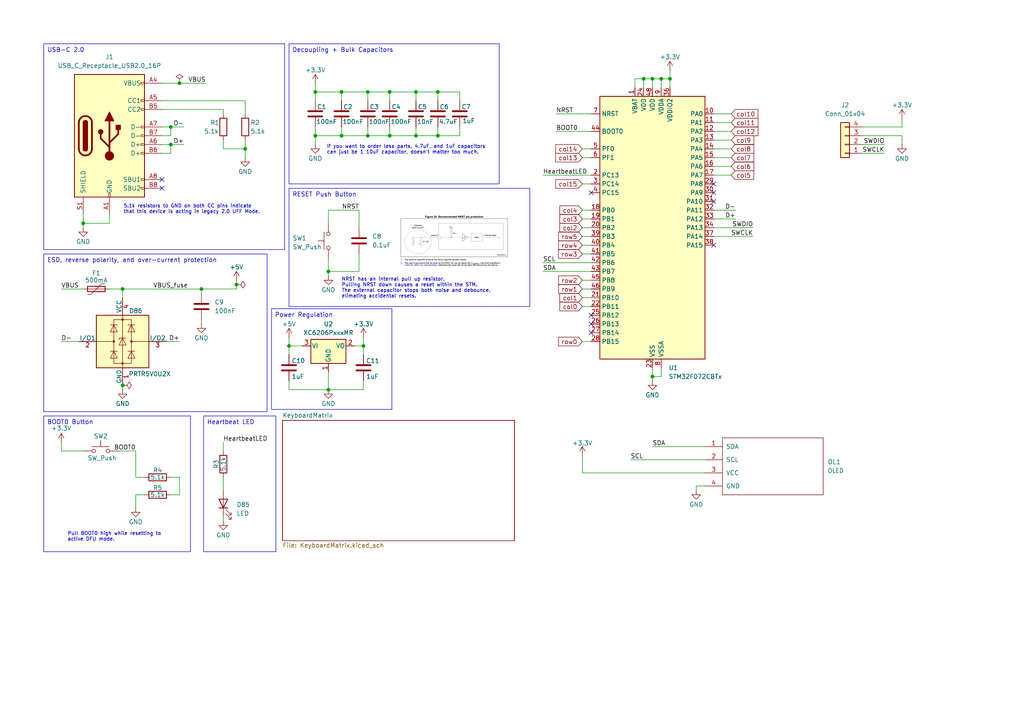
<source format=kicad_sch>
(kicad_sch (version 20250114) (generator "eeschema") (generator_version "9.0")
  (paper "A4")
  (lib_symbols
    (symbol "Connector:USB_C_Receptacle_USB2.0_16P" (pin_names (offset 1.016))
      (property "Reference" "J" (at 0 22.225 0))
      (property "Value" "USB_C_Receptacle_USB2.0_16P" (at 0 19.685 0))
      (symbol "USB_C_Receptacle_USB2.0_16P_0_0"
        (rectangle (start -0.254 -17.78) (end 0.254 -16.764))
        (rectangle (start 10.16 15.494) (end 9.144 14.986))
        (rectangle (start 10.16 10.414) (end 9.144 9.906))
        (rectangle (start 10.16 7.874) (end 9.144 7.366))
        (rectangle (start 10.16 2.794) (end 9.144 2.286))
        (rectangle (start 10.16 0.254) (end 9.144 -0.254))
        (rectangle (start 10.16 -2.286) (end 9.144 -2.794))
        (rectangle (start 10.16 -4.826) (end 9.144 -5.334))
        (rectangle (start 10.16 -12.446) (end 9.144 -12.954))
        (rectangle (start 10.16 -14.986) (end 9.144 -15.494))
      )
      (symbol "USB_C_Receptacle_USB2.0_16P_0_1"
        (rectangle (start -10.16 17.78) (end 10.16 -17.78) (stroke (width 0.254)) (fill (type background)))
        (polyline (pts (xy -8.89 -3.81) (xy -8.89 3.81)) (stroke (width 0.508)))
        (rectangle (start -7.62 -3.81) (end -6.35 3.81) (stroke (width 0.254)) (fill (type outline)))
        (arc (start -7.62 3.81) (mid -6.985 4.4423) (end -6.35 3.81) (stroke (width 0.254)))
        (arc (start -7.62 3.81) (mid -6.985 4.4423) (end -6.35 3.81) (stroke (width 0.254)) (fill (type outline)))
        (arc (start -8.89 3.81) (mid -6.985 5.7067) (end -5.08 3.81) (stroke (width 0.508)))
        (arc (start -5.08 -3.81) (mid -6.985 -5.7067) (end -8.89 -3.81) (stroke (width 0.508)))
        (arc (start -6.35 -3.81) (mid -6.985 -4.4423) (end -7.62 -3.81) (stroke (width 0.254)))
        (arc (start -6.35 -3.81) (mid -6.985 -4.4423) (end -7.62 -3.81) (stroke (width 0.254)) (fill (type outline)))
        (polyline (pts (xy -5.08 3.81) (xy -5.08 -3.81)) (stroke (width 0.508)))
        (circle (center -2.54 1.143) (radius 0.635) (stroke (width 0.254)) (fill (type outline)))
        (polyline (pts (xy -1.27 4.318) (xy 0 6.858) (xy 1.27 4.318) (xy -1.27 4.318)) (stroke (width 0.254)) (fill (type outline)))
        (polyline (pts (xy 0 -2.032) (xy 2.54 0.508) (xy 2.54 1.778)) (stroke (width 0.508)))
        (polyline (pts (xy 0 -3.302) (xy -2.54 -0.762) (xy -2.54 0.508)) (stroke (width 0.508)))
        (polyline (pts (xy 0 -5.842) (xy 0 4.318)) (stroke (width 0.508)))
        (circle (center 0 -5.842) (radius 1.27) (fill (type outline)))
        (rectangle (start 1.905 1.778) (end 3.175 3.048) (stroke (width 0.254)) (fill (type outline)))
      )
      (symbol "USB_C_Receptacle_USB2.0_16P_1_1"
        (pin passive line (at -7.62 -22.86 90) (length 5.08) (name "SHIELD") (number "S1"))
        (pin passive line (at 0 -22.86 90) (length 5.08) (name "GND") (number "A1"))
        (pin passive line (at 0 -22.86 90) (length 5.08) (hide yes) (name "GND") (number "A12"))
        (pin passive line (at 0 -22.86 90) (length 5.08) (hide yes) (name "GND") (number "B1"))
        (pin passive line (at 0 -22.86 90) (length 5.08) (hide yes) (name "GND") (number "B12"))
        (pin passive line (at 15.24 15.24 180) (length 5.08) (name "VBUS") (number "A4"))
        (pin passive line (at 15.24 15.24 180) (length 5.08) (hide yes) (name "VBUS") (number "A9"))
        (pin passive line (at 15.24 15.24 180) (length 5.08) (hide yes) (name "VBUS") (number "B4"))
        (pin passive line (at 15.24 15.24 180) (length 5.08) (hide yes) (name "VBUS") (number "B9"))
        (pin bidirectional line (at 15.24 10.16 180) (length 5.08) (name "CC1") (number "A5"))
        (pin bidirectional line (at 15.24 7.62 180) (length 5.08) (name "CC2") (number "B5"))
        (pin bidirectional line (at 15.24 2.54 180) (length 5.08) (name "D-") (number "A7"))
        (pin bidirectional line (at 15.24 0 180) (length 5.08) (name "D-") (number "B7"))
        (pin bidirectional line (at 15.24 -2.54 180) (length 5.08) (name "D+") (number "A6"))
        (pin bidirectional line (at 15.24 -5.08 180) (length 5.08) (name "D+") (number "B6"))
        (pin bidirectional line (at 15.24 -12.7 180) (length 5.08) (name "SBU1") (number "A8"))
        (pin bidirectional line (at 15.24 -15.24 180) (length 5.08) (name "SBU2") (number "B8"))
      )
    )
    (symbol "Connector_Generic:Conn_01x04" (pin_names (offset 1.016) (hide yes))
      (property "Reference" "J" (at 0 5.08 0))
      (property "Value" "Conn_01x04" (at 0 -7.62 0))
      (symbol "Conn_01x04_1_1"
        (rectangle (start -1.27 3.81) (end 1.27 -6.35) (stroke (width 0.254)) (fill (type background)))
        (rectangle (start -1.27 2.667) (end 0 2.413) (stroke (width 0.1524)))
        (rectangle (start -1.27 0.127) (end 0 -0.127) (stroke (width 0.1524)))
        (rectangle (start -1.27 -2.413) (end 0 -2.667) (stroke (width 0.1524)))
        (rectangle (start -1.27 -4.953) (end 0 -5.207) (stroke (width 0.1524)))
        (pin passive line (at -5.08 2.54 0) (length 3.81) (name "Pin_1") (number "1"))
        (pin passive line (at -5.08 0 0) (length 3.81) (name "Pin_2") (number "2"))
        (pin passive line (at -5.08 -2.54 0) (length 3.81) (name "Pin_3") (number "3"))
        (pin passive line (at -5.08 -5.08 0) (length 3.81) (name "Pin_4") (number "4"))
      )
    )
    (symbol "Device:C" (pin_numbers (hide yes)) (pin_names (offset 0.254))
      (property "Reference" "C" (at 0.635 2.54 0))
      (property "Value" "C" (at 0.635 -2.54 0))
      (symbol "C_0_1"
        (polyline (pts (xy -2.032 0.762) (xy 2.032 0.762)) (stroke (width 0.508)))
        (polyline (pts (xy -2.032 -0.762) (xy 2.032 -0.762)) (stroke (width 0.508)))
      )
      (symbol "C_1_1"
        (pin passive line (at 0 3.81 270) (length 2.794) (name "~") (number "1"))
        (pin passive line (at 0 -3.81 90) (length 2.794) (name "~") (number "2"))
      )
    )
    (symbol "Device:LED" (pin_numbers (hide yes)) (pin_names (offset 1.016) (hide yes))
      (property "Reference" "D" (at 0 2.54 0))
      (property "Value" "LED" (at 0 -2.54 0))
      (symbol "LED_0_1"
        (polyline (pts (xy -3.048 -0.762) (xy -4.572 -2.286) (xy -3.81 -2.286) (xy -4.572 -2.286) (xy -4.572 -1.524)))
        (polyline (pts (xy -1.778 -0.762) (xy -3.302 -2.286) (xy -2.54 -2.286) (xy -3.302 -2.286) (xy -3.302 -1.524)))
        (polyline (pts (xy -1.27 0) (xy 1.27 0)))
        (polyline (pts (xy -1.27 -1.27) (xy -1.27 1.27)) (stroke (width 0.254)))
        (polyline (pts (xy 1.27 -1.27) (xy 1.27 1.27) (xy -1.27 0) (xy 1.27 -1.27)) (stroke (width 0.254)))
      )
      (symbol "LED_1_1"
        (pin passive line (at -3.81 0 0) (length 2.54) (name "K") (number "1"))
        (pin passive line (at 3.81 0 180) (length 2.54) (name "A") (number "2"))
      )
    )
    (symbol "Device:Polyfuse" (pin_numbers (hide yes)) (pin_names (offset 0))
      (property "Reference" "F" (at -2.54 0 90))
      (property "Value" "Polyfuse" (at 2.54 0 90))
      (symbol "Polyfuse_0_1"
        (polyline (pts (xy -1.524 2.54) (xy -1.524 1.524) (xy 1.524 -1.524) (xy 1.524 -2.54)))
        (rectangle (start -0.762 2.54) (end 0.762 -2.54) (stroke (width 0.254)))
        (polyline (pts (xy 0 2.54) (xy 0 -2.54)))
      )
      (symbol "Polyfuse_1_1"
        (pin passive line (at 0 3.81 270) (length 1.27) (name "~") (number "1"))
        (pin passive line (at 0 -3.81 90) (length 1.27) (name "~") (number "2"))
      )
    )
    (symbol "Device:R" (pin_numbers (hide yes)) (pin_names (offset 0))
      (property "Reference" "R" (at 2.032 0 90))
      (property "Value" "R" (at 0 0 90))
      (symbol "R_0_1"
        (rectangle (start -1.016 -2.54) (end 1.016 2.54) (stroke (width 0.254)))
      )
      (symbol "R_1_1"
        (pin passive line (at 0 3.81 270) (length 1.27) (name "~") (number "1"))
        (pin passive line (at 0 -3.81 90) (length 1.27) (name "~") (number "2"))
      )
    )
    (symbol "MCU_ST_STM32F0:STM32F072CBTx"
      (property "Reference" "U" (at -15.24 39.37 0))
      (property "Value" "STM32F072CBTx" (at 7.62 39.37 0))
      (symbol "STM32F072CBTx_0_1"
        (rectangle (start -15.24 -38.1) (end 15.24 38.1) (stroke (width 0.254)) (fill (type background)))
      )
      (symbol "STM32F072CBTx_1_1"
        (pin input line (at -17.78 33.02 0) (length 2.54) (name "NRST") (number "7"))
        (pin input line (at -17.78 27.94 0) (length 2.54) (name "BOOT0") (number "44"))
        (pin bidirectional line (at -17.78 22.86 0) (length 2.54) (name "PF0") (number "5"))
        (pin bidirectional line (at -17.78 20.32 0) (length 2.54) (name "PF1") (number "6"))
        (pin bidirectional line (at -17.78 15.24 0) (length 2.54) (name "PC13") (number "2"))
        (pin bidirectional line (at -17.78 12.7 0) (length 2.54) (name "PC14") (number "3"))
        (pin bidirectional line (at -17.78 10.16 0) (length 2.54) (name "PC15") (number "4"))
        (pin bidirectional line (at -17.78 5.08 0) (length 2.54) (name "PB0") (number "18"))
        (pin bidirectional line (at -17.78 2.54 0) (length 2.54) (name "PB1") (number "19"))
        (pin bidirectional line (at -17.78 0 0) (length 2.54) (name "PB2") (number "20"))
        (pin bidirectional line (at -17.78 -2.54 0) (length 2.54) (name "PB3") (number "39"))
        (pin bidirectional line (at -17.78 -5.08 0) (length 2.54) (name "PB4") (number "40"))
        (pin bidirectional line (at -17.78 -7.62 0) (length 2.54) (name "PB5") (number "41"))
        (pin bidirectional line (at -17.78 -10.16 0) (length 2.54) (name "PB6") (number "42"))
        (pin bidirectional line (at -17.78 -12.7 0) (length 2.54) (name "PB7") (number "43"))
        (pin bidirectional line (at -17.78 -15.24 0) (length 2.54) (name "PB8") (number "45"))
        (pin bidirectional line (at -17.78 -17.78 0) (length 2.54) (name "PB9") (number "46"))
        (pin bidirectional line (at -17.78 -20.32 0) (length 2.54) (name "PB10") (number "21"))
        (pin bidirectional line (at -17.78 -22.86 0) (length 2.54) (name "PB11") (number "22"))
        (pin bidirectional line (at -17.78 -25.4 0) (length 2.54) (name "PB12") (number "25"))
        (pin bidirectional line (at -17.78 -27.94 0) (length 2.54) (name "PB13") (number "26"))
        (pin bidirectional line (at -17.78 -30.48 0) (length 2.54) (name "PB14") (number "27"))
        (pin bidirectional line (at -17.78 -33.02 0) (length 2.54) (name "PB15") (number "28"))
        (pin power_in line (at -5.08 40.64 270) (length 2.54) (name "VBAT") (number "1"))
        (pin power_in line (at -2.54 40.64 270) (length 2.54) (name "VDD") (number "24"))
        (pin power_in line (at 0 40.64 270) (length 2.54) (name "VDD") (number "48"))
        (pin power_in line (at 0 -40.64 90) (length 2.54) (name "VSS") (number "23"))
        (pin passive line (at 0 -40.64 90) (length 2.54) (hide yes) (name "VSS") (number "35"))
        (pin passive line (at 0 -40.64 90) (length 2.54) (hide yes) (name "VSS") (number "47"))
        (pin power_in line (at 2.54 40.64 270) (length 2.54) (name "VDDA") (number "9"))
        (pin power_in line (at 2.54 -40.64 90) (length 2.54) (name "VSSA") (number "8"))
        (pin power_in line (at 5.08 40.64 270) (length 2.54) (name "VDDIO2") (number "36"))
        (pin bidirectional line (at 17.78 33.02 180) (length 2.54) (name "PA0") (number "10"))
        (pin bidirectional line (at 17.78 30.48 180) (length 2.54) (name "PA1") (number "11"))
        (pin bidirectional line (at 17.78 27.94 180) (length 2.54) (name "PA2") (number "12"))
        (pin bidirectional line (at 17.78 25.4 180) (length 2.54) (name "PA3") (number "13"))
        (pin bidirectional line (at 17.78 22.86 180) (length 2.54) (name "PA4") (number "14"))
        (pin bidirectional line (at 17.78 20.32 180) (length 2.54) (name "PA5") (number "15"))
        (pin bidirectional line (at 17.78 17.78 180) (length 2.54) (name "PA6") (number "16"))
        (pin bidirectional line (at 17.78 15.24 180) (length 2.54) (name "PA7") (number "17"))
        (pin bidirectional line (at 17.78 12.7 180) (length 2.54) (name "PA8") (number "29"))
        (pin bidirectional line (at 17.78 10.16 180) (length 2.54) (name "PA9") (number "30"))
        (pin bidirectional line (at 17.78 7.62 180) (length 2.54) (name "PA10") (number "31"))
        (pin bidirectional line (at 17.78 5.08 180) (length 2.54) (name "PA11") (number "32"))
        (pin bidirectional line (at 17.78 2.54 180) (length 2.54) (name "PA12") (number "33"))
        (pin bidirectional line (at 17.78 0 180) (length 2.54) (name "PA13") (number "34"))
        (pin bidirectional line (at 17.78 -2.54 180) (length 2.54) (name "PA14") (number "37"))
        (pin bidirectional line (at 17.78 -5.08 180) (length 2.54) (name "PA15") (number "38"))
      )
    )
    (symbol "Power_Protection:PRTR5V0U2X" (pin_names (offset 0))
      (property "Reference" "D" (at 2.794 8.636 0))
      (property "Value" "PRTR5V0U2X" (at 8.128 -9.398 0))
      (symbol "PRTR5V0U2X_0_1"
        (rectangle (start -7.62 -7.62) (end 7.62 7.62) (stroke (width 0.254)) (fill (type background)))
        (polyline (pts (xy -3.556 2.794) (xy -1.524 2.794) (xy -2.54 4.826) (xy -3.556 2.794)))
        (polyline (pts (xy -3.556 -4.826) (xy -1.524 -4.826) (xy -2.54 -2.794) (xy -3.556 -4.826)))
        (rectangle (start -2.54 6.35) (end 2.54 -6.35))
        (circle (center -2.54 0) (radius 0.254) (fill (type outline)))
        (polyline (pts (xy -2.54 0) (xy -7.62 0)))
        (polyline (pts (xy -1.524 4.826) (xy -3.556 4.826)))
        (polyline (pts (xy -1.524 -2.794) (xy -3.556 -2.794)))
        (polyline (pts (xy -1.016 -1.016) (xy 1.016 -1.016) (xy 0 1.016) (xy -1.016 -1.016)))
        (circle (center 0 6.35) (radius 0.254) (fill (type outline)))
        (circle (center 0 -6.35) (radius 0.254) (fill (type outline)))
        (polyline (pts (xy 0 -7.62) (xy 0 7.62)))
        (polyline (pts (xy 1.016 1.016) (xy -1.016 1.016) (xy -1.016 0.508)))
        (polyline (pts (xy 1.524 4.826) (xy 3.556 4.826)))
        (polyline (pts (xy 1.524 -2.794) (xy 3.556 -2.794)))
        (polyline (pts (xy 2.54 0) (xy 7.62 0)))
        (circle (center 2.54 0) (radius 0.254) (fill (type outline)))
        (polyline (pts (xy 3.556 2.794) (xy 1.524 2.794) (xy 2.54 4.826) (xy 3.556 2.794)))
        (polyline (pts (xy 3.556 -4.826) (xy 1.524 -4.826) (xy 2.54 -2.794) (xy 3.556 -4.826)))
      )
      (symbol "PRTR5V0U2X_1_1"
        (pin passive line (at -12.7 0 0) (length 5.08) (name "I/O1") (number "2"))
        (pin passive line (at 0 12.7 270) (length 5.08) (name "VCC") (number "4"))
        (pin passive line (at 0 -12.7 90) (length 5.08) (name "GND") (number "1"))
        (pin passive line (at 12.7 0 180) (length 5.08) (name "I/O2") (number "3"))
      )
    )
    (symbol "Regulator_Linear:XC6206PxxxMR" (pin_names (offset 0.254))
      (property "Reference" "U" (at -3.81 3.175 0))
      (property "Value" "XC6206PxxxMR" (at 0 3.175 0))
      (symbol "XC6206PxxxMR_0_1"
        (rectangle (start -5.08 1.905) (end 5.08 -5.08) (stroke (width 0.254)) (fill (type background)))
      )
      (symbol "XC6206PxxxMR_1_1"
        (pin power_in line (at -7.62 0 0) (length 2.54) (name "VI") (number "3"))
        (pin power_in line (at 0 -7.62 90) (length 2.54) (name "GND") (number "1"))
        (pin power_out line (at 7.62 0 180) (length 2.54) (name "VO") (number "2"))
      )
    )
    (symbol "Switch:SW_Push" (pin_numbers (hide yes)) (pin_names (offset 1.016) (hide yes))
      (property "Reference" "SW" (at 1.27 2.54 0))
      (property "Value" "SW_Push" (at 0 -1.524 0))
      (symbol "SW_Push_0_1"
        (circle (center -2.032 0) (radius 0.508))
        (polyline (pts (xy 0 1.27) (xy 0 3.048)))
        (circle (center 2.032 0) (radius 0.508))
        (polyline (pts (xy 2.54 1.27) (xy -2.54 1.27)))
        (pin passive line (at -5.08 0 0) (length 2.54) (name "1") (number "1"))
        (pin passive line (at 5.08 0 180) (length 2.54) (name "2") (number "2"))
      )
    )
    (symbol "kbd:OLED" (pin_names (offset 1.016))
      (property "Reference" "OL" (at 0 2.54 0))
      (property "Value" "OLED" (at 0 -1.27 0))
      (symbol "OLED_0_1"
        (rectangle (start -13.97 8.89) (end 15.24 -7.62))
      )
      (symbol "OLED_1_1"
        (pin bidirectional line (at -19.05 6.35 0) (length 5.08) (name "SDA") (number "1"))
        (pin bidirectional line (at -19.05 2.54 0) (length 5.08) (name "SCL") (number "2"))
        (pin power_in line (at -19.05 -1.27 0) (length 5.08) (name "VCC") (number "3"))
        (pin power_in line (at -19.05 -5.08 0) (length 5.08) (name "GND") (number "4"))
      )
    )
    (symbol "power:+3.3V" (power) (pin_numbers (hide yes)) (pin_names (offset 0) (hide yes))
      (property "Value" "+3.3V" (at 0 3.556 0))
      (symbol "+3.3V_0_1"
        (polyline (pts (xy -0.762 1.27) (xy 0 2.54)))
        (polyline (pts (xy 0 2.54) (xy 0.762 1.27)))
        (polyline (pts (xy 0 0) (xy 0 2.54)))
      )
      (symbol "+3.3V_1_1"
        (pin power_in line (at 0 0 90) (length 0) (name "~") (number "1"))
      )
    )
    (symbol "power:+5V" (power) (pin_numbers (hide yes)) (pin_names (offset 0) (hide yes))
      (property "Value" "+5V" (at 0 3.556 0))
      (symbol "+5V_0_1"
        (polyline (pts (xy -0.762 1.27) (xy 0 2.54)))
        (polyline (pts (xy 0 2.54) (xy 0.762 1.27)))
        (polyline (pts (xy 0 0) (xy 0 2.54)))
      )
      (symbol "+5V_1_1"
        (pin power_in line (at 0 0 90) (length 0) (name "~") (number "1"))
      )
    )
    (symbol "power:GND" (power) (pin_numbers (hide yes)) (pin_names (offset 0) (hide yes))
      (property "Value" "GND" (at 0 -3.81 0))
      (symbol "GND_0_1"
        (polyline (pts (xy 0 0) (xy 0 -1.27) (xy 1.27 -1.27) (xy 0 -2.54) (xy -1.27 -1.27) (xy 0 -1.27)))
      )
      (symbol "GND_1_1"
        (pin power_in line (at 0 0 270) (length 0) (name "~") (number "1"))
      )
    )
    (symbol "power:PWR_FLAG" (power) (pin_numbers (hide yes)) (pin_names (offset 0) (hide yes))
      (property "Value" "PWR_FLAG" (at 0 3.81 0))
      (symbol "PWR_FLAG_0_0"
        (pin power_out line (at 0 0 90) (length 0) (name "~") (number "1"))
      )
      (symbol "PWR_FLAG_0_1"
        (polyline (pts (xy 0 0) (xy 0 1.27) (xy -1.016 1.905) (xy 0 2.54) (xy 1.016 1.905) (xy 0 1.27)))
      )
    )
  )
  (text "NRST has an internal pull up resistor.\nPulling NRST down causes a reset within the STM.\nThe external capacitor stops both noise and debounce.\nelimating accidental resets. " (at 99.06 83.566 0) (effects (font (size 1.016 1.016)) (justify left)))
  (text "5.1k resistors to GND on both CC pins indicate\nthat this device is acting in legacy 2.0 UFF Mode." (at 35.814 60.706 0) (effects (font (size 1.016 1.016)) (justify left)))
  (text "If you want to order less parts, 4.7uF, and 1uF capacitors\ncan just be 1 10uF capacitor, doesn't matter too much." (at 94.742 43.434 0) (effects (font (size 1.016 1.016)) (justify left)))
  (text "Pull BOOT0 high while resetting to\nactive DFU mode." (at 19.558 155.702 0) (effects (font (size 1.016 1.016)) (justify left)))
  (text_box "RESET Push Button\n" (at 83.82 54.61 0) (size 69.85 34.29) (margins 0.9525 0.9525 0.9525 0.9525) (effects (font (size 1.27 1.27)) (justify left top)))
  (text_box "ESD, reverse polarity, and over-current protection\n" (at 12.7 73.66 0) (size 64.77 45.72) (margins 0.9525 0.9525 0.9525 0.9525) (effects (font (size 1.27 1.27)) (justify left top)))
  (text_box "BOOT0 Button" (at 12.7 120.65 0) (size 42.545 39.37) (margins 0.9525 0.9525 0.9525 0.9525) (effects (font (size 1.27 1.27)) (justify left top)))
  (text_box "Power Regulation" (at 78.74 89.535 0) (size 34.925 29.21) (margins 0.9525 0.9525 0.9525 0.9525) (effects (font (size 1.27 1.27)) (justify left top)))
  (text_box "Heartbeat LED\n" (at 59.055 120.65 0) (size 20.955 39.37) (margins 0.9525 0.9525 0.9525 0.9525) (effects (font (size 1.27 1.27)) (justify left top)))
  (text_box "Decoupling + Bulk Capacitors" (at 83.82 12.7 0) (size 60.96 40.64) (margins 0.9525 0.9525 0.9525 0.9525) (effects (font (size 1.27 1.27)) (justify left top)))
  (text_box "USB-C 2.0\n" (at 12.7 12.7 0) (size 69.85 59.69) (margins 0.9525 0.9525 0.9525 0.9525) (effects (font (size 1.27 1.27)) (justify left top)))
  (junction (at 194.31 22.86))
  (junction (at 106.68 26.67))
  (junction (at 58.42 83.82))
  (junction (at 120.65 39.37))
  (junction (at 99.06 26.67))
  (junction (at 35.56 83.82))
  (junction (at 113.03 39.37))
  (junction (at 91.44 26.67))
  (junction (at 127 26.67))
  (junction (at 24.13 64.77))
  (junction (at 189.23 109.22))
  (junction (at 106.68 39.37))
  (junction (at 95.25 78.74))
  (junction (at 189.23 22.86))
  (junction (at 83.82 100.33))
  (junction (at 52.07 24.13))
  (junction (at 35.56 111.76))
  (junction (at 120.65 26.67))
  (junction (at 49.53 36.83))
  (junction (at 95.25 113.03))
  (junction (at 49.53 41.91))
  (junction (at 127 39.37))
  (junction (at 99.06 39.37))
  (junction (at 113.03 26.67))
  (junction (at 105.41 100.33))
  (junction (at 191.77 22.86))
  (junction (at 68.58 82.55))
  (junction (at 71.12 43.18))
  (junction (at 91.44 39.37))
  (junction (at 186.69 22.86))
  (no_connect (at 207.01 58.42))
  (no_connect (at 207.01 71.12))
  (no_connect (at 171.45 93.98))
  (no_connect (at 46.99 52.07))
  (no_connect (at 171.45 55.88))
  (no_connect (at 46.99 54.61))
  (no_connect (at 171.45 91.44))
  (no_connect (at 207.01 55.88))
  (no_connect (at 171.45 96.52))
  (no_connect (at 207.01 53.34))
  (wire (pts (xy 49.53 41.91) (xy 53.34 41.91)))
  (wire (pts (xy 168.91 81.28) (xy 171.45 81.28)))
  (wire (pts (xy 91.44 39.37) (xy 91.44 41.91)))
  (wire (pts (xy 52.07 143.51) (xy 49.53 143.51)))
  (wire (pts (xy 87.63 100.33) (xy 83.82 100.33)))
  (wire (pts (xy 71.12 29.21) (xy 71.12 33.02)))
  (wire (pts (xy 49.53 39.37) (xy 49.53 36.83)))
  (wire (pts (xy 106.68 36.83) (xy 106.68 39.37)))
  (wire (pts (xy 106.68 26.67) (xy 106.68 29.21)))
  (wire (pts (xy 168.91 60.96) (xy 171.45 60.96)))
  (wire (pts (xy 99.06 36.83) (xy 99.06 39.37)))
  (wire (pts (xy 102.87 100.33) (xy 105.41 100.33)))
  (wire (pts (xy 104.14 60.96) (xy 104.14 66.04)))
  (wire (pts (xy 189.23 109.22) (xy 191.77 109.22)))
  (wire (pts (xy 168.91 88.9) (xy 171.45 88.9)))
  (wire (pts (xy 261.62 39.37) (xy 261.62 41.91)))
  (wire (pts (xy 113.03 36.83) (xy 113.03 39.37)))
  (wire (pts (xy 168.91 83.82) (xy 171.45 83.82)))
  (wire (pts (xy 113.03 26.67) (xy 113.03 29.21)))
  (wire (pts (xy 168.91 68.58) (xy 171.45 68.58)))
  (wire (pts (xy 95.25 80.01) (xy 95.25 78.74)))
  (wire (pts (xy 95.25 113.03) (xy 105.41 113.03)))
  (wire (pts (xy 250.19 41.91) (xy 256.54 41.91)))
  (wire (pts (xy 250.19 44.45) (xy 256.54 44.45)))
  (wire (pts (xy 186.69 22.86) (xy 186.69 25.4)))
  (wire (pts (xy 212.09 35.56) (xy 207.01 35.56)))
  (wire (pts (xy 189.23 129.54) (xy 204.47 129.54)))
  (wire (pts (xy 120.65 26.67) (xy 127 26.67)))
  (wire (pts (xy 52.07 24.13) (xy 59.69 24.13)))
  (wire (pts (xy 34.29 130.81) (xy 39.37 130.81)))
  (wire (pts (xy 46.99 39.37) (xy 49.53 39.37)))
  (wire (pts (xy 127 26.67) (xy 133.35 26.67)))
  (wire (pts (xy 105.41 97.79) (xy 105.41 100.33)))
  (wire (pts (xy 191.77 22.86) (xy 194.31 22.86)))
  (wire (pts (xy 46.99 36.83) (xy 49.53 36.83)))
  (wire (pts (xy 39.37 143.51) (xy 39.37 147.32)))
  (wire (pts (xy 83.82 110.49) (xy 83.82 113.03)))
  (wire (pts (xy 207.01 38.1) (xy 212.09 38.1)))
  (wire (pts (xy 207.01 48.26) (xy 212.09 48.26)))
  (wire (pts (xy 91.44 29.21) (xy 91.44 26.67)))
  (wire (pts (xy 168.91 45.72) (xy 171.45 45.72)))
  (wire (pts (xy 194.31 20.32) (xy 194.31 22.86)))
  (wire (pts (xy 99.06 26.67) (xy 99.06 29.21)))
  (wire (pts (xy 127 39.37) (xy 120.65 39.37)))
  (wire (pts (xy 212.09 33.02) (xy 207.01 33.02)))
  (wire (pts (xy 71.12 43.18) (xy 71.12 45.72)))
  (wire (pts (xy 189.23 106.68) (xy 189.23 109.22)))
  (wire (pts (xy 161.29 33.02) (xy 171.45 33.02)))
  (wire (pts (xy 168.91 53.34) (xy 171.45 53.34)))
  (wire (pts (xy 91.44 24.13) (xy 91.44 26.67)))
  (wire (pts (xy 182.88 133.35) (xy 204.47 133.35)))
  (wire (pts (xy 207.01 43.18) (xy 212.09 43.18)))
  (wire (pts (xy 31.75 64.77) (xy 31.75 62.23)))
  (wire (pts (xy 168.91 132.08) (xy 168.91 137.16)))
  (wire (pts (xy 39.37 138.43) (xy 41.91 138.43)))
  (wire (pts (xy 189.23 22.86) (xy 189.23 25.4)))
  (wire (pts (xy 261.62 34.29) (xy 261.62 36.83)))
  (wire (pts (xy 64.77 138.43) (xy 64.77 142.24)))
  (wire (pts (xy 95.25 60.96) (xy 104.14 60.96)))
  (wire (pts (xy 95.25 107.95) (xy 95.25 113.03)))
  (wire (pts (xy 250.19 36.83) (xy 261.62 36.83)))
  (wire (pts (xy 17.78 83.82) (xy 24.13 83.82)))
  (wire (pts (xy 58.42 83.82) (xy 58.42 85.09)))
  (wire (pts (xy 99.06 26.67) (xy 106.68 26.67)))
  (wire (pts (xy 35.56 111.76) (xy 35.56 113.03)))
  (wire (pts (xy 161.29 38.1) (xy 171.45 38.1)))
  (wire (pts (xy 71.12 40.64) (xy 71.12 43.18)))
  (wire (pts (xy 46.99 44.45) (xy 49.53 44.45)))
  (wire (pts (xy 46.99 41.91) (xy 49.53 41.91)))
  (wire (pts (xy 49.53 44.45) (xy 49.53 41.91)))
  (wire (pts (xy 64.77 31.75) (xy 64.77 33.02)))
  (wire (pts (xy 64.77 149.86) (xy 64.77 151.13)))
  (wire (pts (xy 191.77 22.86) (xy 191.77 25.4)))
  (wire (pts (xy 24.13 64.77) (xy 24.13 66.04)))
  (wire (pts (xy 91.44 39.37) (xy 91.44 36.83)))
  (wire (pts (xy 189.23 22.86) (xy 191.77 22.86)))
  (wire (pts (xy 105.41 100.33) (xy 105.41 102.87)))
  (wire (pts (xy 49.53 138.43) (xy 52.07 138.43)))
  (wire (pts (xy 105.41 113.03) (xy 105.41 110.49)))
  (wire (pts (xy 104.14 73.66) (xy 104.14 78.74)))
  (wire (pts (xy 83.82 113.03) (xy 95.25 113.03)))
  (wire (pts (xy 99.06 39.37) (xy 91.44 39.37)))
  (wire (pts (xy 207.01 60.96) (xy 213.36 60.96)))
  (wire (pts (xy 207.01 66.04) (xy 218.44 66.04)))
  (wire (pts (xy 35.56 83.82) (xy 35.56 86.36)))
  (wire (pts (xy 113.03 39.37) (xy 106.68 39.37)))
  (wire (pts (xy 64.77 40.64) (xy 64.77 43.18)))
  (wire (pts (xy 201.93 140.97) (xy 201.93 142.24)))
  (wire (pts (xy 133.35 26.67) (xy 133.35 29.21)))
  (wire (pts (xy 207.01 63.5) (xy 213.36 63.5)))
  (wire (pts (xy 24.13 64.77) (xy 31.75 64.77)))
  (wire (pts (xy 58.42 92.71) (xy 58.42 93.98)))
  (wire (pts (xy 17.78 128.27) (xy 17.78 130.81)))
  (wire (pts (xy 64.77 128.27) (xy 64.77 130.81)))
  (wire (pts (xy 49.53 36.83) (xy 53.34 36.83)))
  (wire (pts (xy 168.91 43.18) (xy 171.45 43.18)))
  (wire (pts (xy 24.13 62.23) (xy 24.13 64.77)))
  (wire (pts (xy 35.56 83.82) (xy 58.42 83.82)))
  (wire (pts (xy 95.25 78.74) (xy 95.25 74.93)))
  (wire (pts (xy 194.31 22.86) (xy 194.31 25.4)))
  (wire (pts (xy 58.42 83.82) (xy 68.58 83.82)))
  (wire (pts (xy 120.65 26.67) (xy 120.65 29.21)))
  (wire (pts (xy 39.37 130.81) (xy 39.37 138.43)))
  (wire (pts (xy 168.91 63.5) (xy 171.45 63.5)))
  (wire (pts (xy 31.75 83.82) (xy 35.56 83.82)))
  (wire (pts (xy 168.91 66.04) (xy 171.45 66.04)))
  (wire (pts (xy 133.35 39.37) (xy 133.35 36.83)))
  (wire (pts (xy 168.91 99.06) (xy 171.45 99.06)))
  (wire (pts (xy 83.82 100.33) (xy 83.82 102.87)))
  (wire (pts (xy 46.99 31.75) (xy 64.77 31.75)))
  (wire (pts (xy 204.47 137.16) (xy 168.91 137.16)))
  (wire (pts (xy 68.58 81.28) (xy 68.58 82.55)))
  (wire (pts (xy 250.19 39.37) (xy 261.62 39.37)))
  (wire (pts (xy 157.48 78.74) (xy 171.45 78.74)))
  (wire (pts (xy 168.91 73.66) (xy 171.45 73.66)))
  (wire (pts (xy 106.68 39.37) (xy 99.06 39.37)))
  (wire (pts (xy 127 39.37) (xy 133.35 39.37)))
  (wire (pts (xy 207.01 40.64) (xy 212.09 40.64)))
  (wire (pts (xy 127 36.83) (xy 127 39.37)))
  (wire (pts (xy 68.58 82.55) (xy 68.58 83.82)))
  (wire (pts (xy 64.77 43.18) (xy 71.12 43.18)))
  (wire (pts (xy 46.99 24.13) (xy 52.07 24.13)))
  (wire (pts (xy 127 26.67) (xy 127 29.21)))
  (wire (pts (xy 186.69 22.86) (xy 189.23 22.86)))
  (wire (pts (xy 157.48 76.2) (xy 171.45 76.2)))
  (wire (pts (xy 17.78 99.06) (xy 22.86 99.06)))
  (wire (pts (xy 113.03 26.67) (xy 120.65 26.67)))
  (wire (pts (xy 46.99 29.21) (xy 71.12 29.21)))
  (wire (pts (xy 191.77 106.68) (xy 191.77 109.22)))
  (wire (pts (xy 17.78 130.81) (xy 24.13 130.81)))
  (wire (pts (xy 189.23 109.22) (xy 189.23 110.49)))
  (wire (pts (xy 168.91 71.12) (xy 171.45 71.12)))
  (wire (pts (xy 207.01 68.58) (xy 218.44 68.58)))
  (wire (pts (xy 95.25 64.77) (xy 95.25 60.96)))
  (wire (pts (xy 184.15 22.86) (xy 186.69 22.86)))
  (wire (pts (xy 41.91 143.51) (xy 39.37 143.51)))
  (wire (pts (xy 120.65 39.37) (xy 113.03 39.37)))
  (wire (pts (xy 204.47 140.97) (xy 201.93 140.97)))
  (wire (pts (xy 120.65 36.83) (xy 120.65 39.37)))
  (wire (pts (xy 168.91 86.36) (xy 171.45 86.36)))
  (wire (pts (xy 91.44 26.67) (xy 99.06 26.67)))
  (wire (pts (xy 83.82 97.79) (xy 83.82 100.33)))
  (wire (pts (xy 207.01 50.8) (xy 212.09 50.8)))
  (wire (pts (xy 157.48 50.8) (xy 171.45 50.8)))
  (wire (pts (xy 184.15 25.4) (xy 184.15 22.86)))
  (wire (pts (xy 52.07 138.43) (xy 52.07 143.51)))
  (wire (pts (xy 48.26 99.06) (xy 52.07 99.06)))
  (wire (pts (xy 106.68 26.67) (xy 113.03 26.67)))
  (wire (pts (xy 207.01 45.72) (xy 212.09 45.72)))
  (wire (pts (xy 104.14 78.74) (xy 95.25 78.74)))
  (image (at 132.08 69.85) (scale 0.160727))
  (label "SWDIO" (at 256.54 41.91 180))
  (label "HeartbeatLED" (at 64.77 128.27 0))
  (label "D-" (at 213.36 60.96 180))
  (label "VBUS" (at 17.78 83.82 0))
  (label "D+" (at 213.36 63.5 180))
  (label "SWCLK" (at 218.44 68.58 180))
  (label "HeartbeatLED" (at 157.48 50.8 0))
  (label "SCL" (at 182.88 133.35 0))
  (label "NRST" (at 104.14 60.96 180))
  (label "D-" (at 53.34 36.83 180))
  (label "D+" (at 52.07 99.06 180))
  (label "NRST" (at 161.29 33.02 0))
  (label "SDA" (at 189.23 129.54 0))
  (label "VBUS_fuse" (at 44.45 83.82 0))
  (label "BOOT0" (at 161.29 38.1 0))
  (label "SCL" (at 157.48 76.2 0))
  (label "D-" (at 17.78 99.06 0))
  (label "BOOT0" (at 39.37 130.81 180))
  (label "SDA" (at 157.48 78.74 0))
  (label "D+" (at 53.34 41.91 180))
  (label "SWCLK" (at 256.54 44.45 180))
  (label "VBUS" (at 59.69 24.13 180))
  (label "SWDIO" (at 218.44 66.04 180))
  (global_label "row0" (shape input) (at 168.91 99.06 180) (property "Intersheetrefs" "${INTERSHEET_REFS}" (effects (hide yes))))
  (global_label "row2" (shape input) (at 168.91 81.28 180) (property "Intersheetrefs" "${INTERSHEET_REFS}" (effects (hide yes))))
  (global_label "row1" (shape input) (at 168.91 83.82 180) (property "Intersheetrefs" "${INTERSHEET_REFS}" (effects (hide yes))))
  (global_label "col1" (shape input) (at 168.91 86.36 180) (property "Intersheetrefs" "${INTERSHEET_REFS}" (effects (hide yes))))
  (global_label "col14" (shape input) (at 168.91 43.18 180) (property "Intersheetrefs" "${INTERSHEET_REFS}" (effects (hide yes))))
  (global_label "col12" (shape input) (at 212.09 38.1 0) (property "Intersheetrefs" "${INTERSHEET_REFS}" (effects (hide yes))))
  (global_label "col6" (shape input) (at 212.09 48.26 0) (property "Intersheetrefs" "${INTERSHEET_REFS}" (effects (hide yes))))
  (global_label "col4" (shape input) (at 168.91 60.96 180) (property "Intersheetrefs" "${INTERSHEET_REFS}" (effects (hide yes))))
  (global_label "row5" (shape input) (at 168.91 68.58 180) (property "Intersheetrefs" "${INTERSHEET_REFS}" (effects (hide yes))))
  (global_label "row4" (shape input) (at 168.91 71.12 180) (property "Intersheetrefs" "${INTERSHEET_REFS}" (effects (hide yes))))
  (global_label "col2" (shape input) (at 168.91 66.04 180) (property "Intersheetrefs" "${INTERSHEET_REFS}" (effects (hide yes))))
  (global_label "col11" (shape input) (at 212.09 35.56 0) (property "Intersheetrefs" "${INTERSHEET_REFS}" (effects (hide yes))))
  (global_label "col7" (shape input) (at 212.09 45.72 0) (property "Intersheetrefs" "${INTERSHEET_REFS}" (effects (hide yes))))
  (global_label "col9" (shape input) (at 212.09 40.64 0) (property "Intersheetrefs" "${INTERSHEET_REFS}" (effects (hide yes))))
  (global_label "col3" (shape input) (at 168.91 63.5 180) (property "Intersheetrefs" "${INTERSHEET_REFS}" (effects (hide yes))))
  (global_label "col13" (shape input) (at 168.91 45.72 180) (property "Intersheetrefs" "${INTERSHEET_REFS}" (effects (hide yes))))
  (global_label "col5" (shape input) (at 212.09 50.8 0) (property "Intersheetrefs" "${INTERSHEET_REFS}" (effects (hide yes))))
  (global_label "col10" (shape input) (at 212.09 33.02 0) (property "Intersheetrefs" "${INTERSHEET_REFS}" (effects (hide yes))))
  (global_label "col0" (shape input) (at 168.91 88.9 180) (property "Intersheetrefs" "${INTERSHEET_REFS}" (effects (hide yes))))
  (global_label "col8" (shape input) (at 212.09 43.18 0) (property "Intersheetrefs" "${INTERSHEET_REFS}" (effects (hide yes))))
  (global_label "col15" (shape input) (at 168.91 53.34 180) (property "Intersheetrefs" "${INTERSHEET_REFS}" (effects (hide yes))))
  (global_label "row3" (shape input) (at 168.91 73.66 180) (property "Intersheetrefs" "${INTERSHEET_REFS}" (effects (hide yes))))
  (symbol (lib_id "power:+5V") (at 168.91 132.08 0) (unit 1)
    (property "Reference" "#PWR019" (effects (hide yes)))
    (property "Value" "+3.3V" (at 168.91 128.524 0))
    (property "Description" "Power symbol creates a global label with name \"+5V\"" (effects (hide yes)))
  )
  (symbol (lib_id "power:GND") (at 201.93 142.24 0) (unit 1)
    (property "Reference" "#PWR020" (effects (hide yes)))
    (property "Value" "GND" (at 201.93 146.304 0))
    (property "Description" "Power symbol creates a global label with name \"GND\" , ground" (effects (hide yes)))
  )
  (symbol (lib_id "Device:C") (at 105.41 106.68 0) (unit 1)
    (property "Reference" "C11" (at 106.172 104.648 0) (effects (justify left)))
    (property "Value" "1uF" (at 106.172 109.22 0) (effects (justify left)))
    (property "Footprint" "Capacitor_SMD:C_0603_1608Metric_Pad1.08x0.95mm_HandSolder" (effects (hide yes)))
    (property "Description" "Unpolarized capacitor" (effects (hide yes)))
  )
  (symbol (lib_id "Device:C") (at 83.82 106.68 0) (unit 1)
    (property "Reference" "C10" (at 84.582 104.648 0) (effects (justify left)))
    (property "Value" "1uF" (at 84.582 109.22 0) (effects (justify left)))
    (property "Footprint" "Capacitor_SMD:C_0603_1608Metric_Pad1.08x0.95mm_HandSolder" (effects (hide yes)))
    (property "Description" "Unpolarized capacitor" (effects (hide yes)))
  )
  (symbol (lib_id "Device:R") (at 45.72 143.51 90) (unit 1)
    (property "Reference" "R5" (at 45.72 141.478 90))
    (property "Value" "5.1k" (at 45.72 143.51 90))
    (property "Footprint" "Resistor_SMD:R_0603_1608Metric_Pad0.98x0.95mm_HandSolder" (effects (hide yes)))
    (property "Description" "Resistor" (effects (hide yes)))
  )
  (symbol (lib_id "power:+3.3V") (at 261.62 34.29 0) (unit 1)
    (property "Reference" "#PWR017" (effects (hide yes)))
    (property "Value" "+3.3V" (at 261.62 30.48 0))
    (property "Description" "Power symbol creates a global label with name \"+3.3V\"" (effects (hide yes)))
  )
  (symbol (lib_id "Connector:USB_C_Receptacle_USB2.0_16P") (at 31.75 39.37 0) (unit 1)
    (property "Reference" "J1" (at 31.75 16.51 0))
    (property "Value" "USB_C_Receptacle_USB2.0_16P" (at 31.75 19.05 0))
    (property "Footprint" "PCM_marbastlib-various:USB_C_Receptacle_HRO_TYPE-C-31-M-23" (effects (hide yes)))
    (property "Datasheet" "https://www.usb.org/sites/default/files/documents/usb_type-c.zip" (effects (hide yes)))
    (property "Description" "USB 2.0-only 16P Type-C Receptacle connector" (effects (hide yes)))
  )
  (symbol (lib_id "Device:C") (at 106.68 33.02 0) (unit 1)
    (property "Reference" "C3" (at 107.188 30.988 0) (effects (justify left)))
    (property "Value" "100nF" (at 106.934 35.306 0) (effects (justify left)))
    (property "Footprint" "Capacitor_SMD:C_0603_1608Metric_Pad1.08x0.95mm_HandSolder" (effects (hide yes)))
    (property "Description" "Unpolarized capacitor" (effects (hide yes)))
  )
  (symbol (lib_id "power:GND") (at 24.13 66.04 0) (unit 1)
    (property "Reference" "#PWR05" (effects (hide yes)))
    (property "Value" "GND" (at 24.13 70.104 0))
    (property "Description" "Power symbol creates a global label with name \"GND\" , ground" (effects (hide yes)))
  )
  (symbol (lib_id "power:+3.3V") (at 91.44 24.13 0) (unit 1)
    (property "Reference" "#PWR02" (effects (hide yes)))
    (property "Value" "+3.3V" (at 91.44 20.32 0))
    (property "Description" "Power symbol creates a global label with name \"+3.3V\"" (effects (hide yes)))
  )
  (symbol (lib_id "Switch:SW_Push") (at 95.25 69.85 90) (unit 1)
    (property "Reference" "SW1" (at 84.836 69.088 90) (effects (justify right)))
    (property "Value" "SW_Push" (at 84.836 71.628 90) (effects (justify right)))
    (property "Footprint" "Button_Switch_SMD:SW_Push_SPST_NO_Alps_SKRK" (effects (hide yes)))
    (property "Description" "Push button switch, generic, two pins" (effects (hide yes)))
  )
  (symbol (lib_id "power:+5V") (at 83.82 97.79 0) (unit 1)
    (property "Reference" "#PWR09" (effects (hide yes)))
    (property "Value" "+5V" (at 83.82 93.98 0))
    (property "Description" "Power symbol creates a global label with name \"+5V\"" (effects (hide yes)))
  )
  (symbol (lib_id "kbd:OLED") (at 223.52 135.89 0) (unit 1)
    (property "Reference" "OL1" (at 240.03 133.985 0) (effects (font (size 1.2954 1.2954)) (justify left)))
    (property "Value" "OLED" (at 240.03 136.525 0) (effects (font (size 1.1938 1.1938)) (justify left)))
    (property "Footprint" "kbd:OLED" (effects (hide yes)))
  )
  (symbol (lib_id "power:GND") (at 35.56 113.03 0) (unit 1)
    (property "Reference" "#PWR012" (effects (hide yes)))
    (property "Value" "GND" (at 35.56 117.094 0))
    (property "Description" "Power symbol creates a global label with name \"GND\" , ground" (effects (hide yes)))
  )
  (symbol (lib_id "Device:C") (at 113.03 33.02 0) (unit 1)
    (property "Reference" "C4" (at 113.538 30.988 0) (effects (justify left)))
    (property "Value" "100nF" (at 113.284 35.306 0) (effects (justify left)))
    (property "Footprint" "Capacitor_SMD:C_0603_1608Metric_Pad1.08x0.95mm_HandSolder" (effects (hide yes)))
    (property "Description" "Unpolarized capacitor" (effects (hide yes)))
  )
  (symbol (lib_id "power:GND") (at 39.37 147.32 0) (unit 1)
    (property "Reference" "#PWR015" (effects (hide yes)))
    (property "Value" "GND" (at 39.37 151.384 0))
    (property "Description" "Power symbol creates a global label with name \"GND\" , ground" (effects (hide yes)))
  )
  (symbol (lib_id "Device:Polyfuse") (at 27.94 83.82 90) (unit 1)
    (property "Reference" "F1" (at 27.94 79.248 90))
    (property "Value" "500mA" (at 27.94 81.28 90))
    (property "Footprint" "Fuse:Fuse_0603_1608Metric" (effects (hide yes)))
    (property "Description" "Resettable fuse, polymeric positive temperature coefficient" (effects (hide yes)))
  )
  (symbol (lib_id "power:PWR_FLAG") (at 35.56 111.76 270) (unit 1)
    (property "Reference" "#FLG03" (effects (hide yes)))
    (property "Value" "PWR_FLAG" (effects (hide yes)))
    (property "Description" "Special symbol for telling ERC where power comes from" (effects (hide yes)))
  )
  (symbol (lib_id "Device:R") (at 71.12 36.83 0) (unit 1)
    (property "Reference" "R2" (at 72.644 35.56 0) (effects (justify left)))
    (property "Value" "5.1k" (at 72.644 38.1 0) (effects (justify left)))
    (property "Footprint" "Resistor_SMD:R_0603_1608Metric_Pad0.98x0.95mm_HandSolder" (effects (hide yes)))
    (property "Description" "Resistor" (effects (hide yes)))
  )
  (symbol (lib_id "power:+3.3V") (at 105.41 97.79 0) (unit 1)
    (property "Reference" "#PWR010" (effects (hide yes)))
    (property "Value" "+3.3V" (at 105.41 93.98 0))
    (property "Description" "Power symbol creates a global label with name \"+3.3V\"" (effects (hide yes)))
  )
  (symbol (lib_id "power:PWR_FLAG") (at 68.58 82.55 270) (unit 1)
    (property "Reference" "#FLG02" (effects (hide yes)))
    (property "Value" "PWR_FLAG" (effects (hide yes)))
    (property "Description" "Special symbol for telling ERC where power comes from" (effects (hide yes)))
  )
  (symbol (lib_id "Device:C") (at 91.44 33.02 0) (unit 1)
    (property "Reference" "C1" (at 91.948 30.988 0) (effects (justify left)))
    (property "Value" "100nF" (at 91.694 35.306 0) (effects (justify left)))
    (property "Footprint" "Capacitor_SMD:C_0603_1608Metric_Pad1.08x0.95mm_HandSolder" (effects (hide yes)))
    (property "Description" "Unpolarized capacitor" (effects (hide yes)))
  )
  (symbol (lib_id "Regulator_Linear:XC6206PxxxMR") (at 95.25 100.33 0) (unit 1)
    (property "Reference" "U2" (at 95.25 93.98 0))
    (property "Value" "XC6206PxxxMR" (at 95.25 96.52 0))
    (property "Footprint" "Package_TO_SOT_SMD:SOT-23-3" (effects (hide yes)))
    (property "Datasheet" "https://www.torexsemi.com/file/xc6206/XC6206.pdf" (effects (hide yes)))
    (property "Description" "Positive 60-250mA Low Dropout Regulator, Fixed Output, SOT-23" (effects (hide yes)))
  )
  (symbol (lib_id "power:GND") (at 261.62 41.91 0) (unit 1)
    (property "Reference" "#PWR018" (effects (hide yes)))
    (property "Value" "GND" (at 261.62 45.974 0))
    (property "Description" "Power symbol creates a global label with name \"GND\" , ground" (effects (hide yes)))
  )
  (symbol (lib_id "power:GND") (at 58.42 93.98 0) (unit 1)
    (property "Reference" "#PWR08" (effects (hide yes)))
    (property "Value" "GND" (at 58.42 98.044 0))
    (property "Description" "Power symbol creates a global label with name \"GND\" , ground" (effects (hide yes)))
  )
  (symbol (lib_id "Device:C") (at 58.42 88.9 0) (unit 1)
    (property "Reference" "C9" (at 62.23 87.6299 0) (effects (justify left)))
    (property "Value" "100nF" (at 62.23 90.1699 0) (effects (justify left)))
    (property "Footprint" "Capacitor_SMD:C_0603_1608Metric_Pad1.08x0.95mm_HandSolder" (effects (hide yes)))
    (property "Description" "Unpolarized capacitor" (effects (hide yes)))
  )
  (symbol (lib_id "Device:R") (at 64.77 134.62 180) (unit 1)
    (property "Reference" "R3" (at 62.738 134.62 90))
    (property "Value" "5.1k" (at 64.77 134.62 90))
    (property "Footprint" "Resistor_SMD:R_0603_1608Metric_Pad0.98x0.95mm_HandSolder" (effects (hide yes)))
    (property "Description" "Resistor" (effects (hide yes)))
  )
  (symbol (lib_id "Device:C") (at 99.06 33.02 0) (unit 1)
    (property "Reference" "C2" (at 99.568 30.988 0) (effects (justify left)))
    (property "Value" "100nF" (at 99.314 35.306 0) (effects (justify left)))
    (property "Footprint" "Capacitor_SMD:C_0603_1608Metric_Pad1.08x0.95mm_HandSolder" (effects (hide yes)))
    (property "Description" "Unpolarized capacitor" (effects (hide yes)))
  )
  (symbol (lib_id "MCU_ST_STM32F0:STM32F072CBTx") (at 189.23 66.04 0) (unit 1)
    (property "Reference" "U1" (at 193.9133 106.68 0) (effects (justify left)))
    (property "Value" "STM32F072CBTx" (at 193.9133 109.22 0) (effects (justify left)))
    (property "Footprint" "Package_QFP:LQFP-48_7x7mm_P0.5mm" (effects (hide yes)))
    (property "Datasheet" "https://www.st.com/resource/en/datasheet/stm32f072cb.pdf" (effects (hide yes)))
    (property "Description" "STMicroelectronics Arm Cortex-M0 MCU, 128KB flash, 16KB RAM, 48 MHz, 2.0-3.6V, 37 GPIO, LQFP48" (effects (hide yes)))
  )
  (symbol (lib_id "power:GND") (at 189.23 110.49 0) (unit 1)
    (property "Reference" "#PWR011" (effects (hide yes)))
    (property "Value" "GND" (at 189.23 114.554 0))
    (property "Description" "Power symbol creates a global label with name \"GND\" , ground" (effects (hide yes)))
  )
  (symbol (lib_id "Device:C") (at 104.14 69.85 0) (unit 1)
    (property "Reference" "C8" (at 107.95 68.5799 0) (effects (justify left)))
    (property "Value" "0.1uF" (at 107.95 71.1199 0) (effects (justify left)))
    (property "Footprint" "Capacitor_SMD:C_0603_1608Metric_Pad1.08x0.95mm_HandSolder" (effects (hide yes)))
    (property "Description" "Unpolarized capacitor" (effects (hide yes)))
  )
  (symbol (lib_id "Switch:SW_Push") (at 29.21 130.81 0) (unit 1)
    (property "Reference" "SW2" (at 27.178 126.492 0) (effects (justify left)))
    (property "Value" "SW_Push" (at 25.4 132.842 0) (effects (justify left)))
    (property "Footprint" "Button_Switch_SMD:SW_Push_SPST_NO_Alps_SKRK" (effects (hide yes)))
    (property "Description" "Push button switch, generic, two pins" (effects (hide yes)))
  )
  (symbol (lib_id "power:GND") (at 91.44 41.91 0) (unit 1)
    (property "Reference" "#PWR03" (effects (hide yes)))
    (property "Value" "GND" (at 91.44 45.974 0))
    (property "Description" "Power symbol creates a global label with name \"GND\" , ground" (effects (hide yes)))
  )
  (symbol (lib_id "Device:C") (at 120.65 33.02 0) (unit 1)
    (property "Reference" "C5" (at 121.158 30.988 0) (effects (justify left)))
    (property "Value" "10nF" (at 120.904 35.306 0) (effects (justify left)))
    (property "Footprint" "Capacitor_SMD:C_0603_1608Metric_Pad1.08x0.95mm_HandSolder" (effects (hide yes)))
    (property "Description" "Unpolarized capacitor" (effects (hide yes)))
  )
  (symbol (lib_id "power:+5V") (at 68.58 81.28 0) (unit 1)
    (property "Reference" "#PWR07" (effects (hide yes)))
    (property "Value" "+5V" (at 68.58 77.47 0))
    (property "Description" "Power symbol creates a global label with name \"+5V\"" (effects (hide yes)))
  )
  (symbol (lib_id "power:GND") (at 71.12 45.72 0) (unit 1)
    (property "Reference" "#PWR04" (effects (hide yes)))
    (property "Value" "GND" (at 71.12 49.784 0))
    (property "Description" "Power symbol creates a global label with name \"GND\" , ground" (effects (hide yes)))
  )
  (symbol (lib_id "Device:R") (at 45.72 138.43 90) (unit 1)
    (property "Reference" "R4" (at 45.72 136.398 90))
    (property "Value" "5.1k" (at 45.72 138.43 90))
    (property "Footprint" "Resistor_SMD:R_0603_1608Metric_Pad0.98x0.95mm_HandSolder" (effects (hide yes)))
    (property "Description" "Resistor" (effects (hide yes)))
  )
  (symbol (lib_id "Device:LED") (at 64.77 146.05 90) (unit 1)
    (property "Reference" "D85" (at 68.58 146.3674 90) (effects (justify right)))
    (property "Value" "LED" (at 68.58 148.9074 90) (effects (justify right)))
    (property "Footprint" "LED_SMD:LED_0603_1608Metric_Pad1.05x0.95mm_HandSolder" (effects (hide yes)))
    (property "Description" "Light emitting diode" (effects (hide yes)))
    (property "Sim.Pins" "1=K 2=A" (effects (hide yes)))
  )
  (symbol (lib_id "power:+3.3V") (at 17.78 128.27 0) (unit 1)
    (property "Reference" "#PWR014" (effects (hide yes)))
    (property "Value" "+3.3V" (at 17.78 124.206 0))
    (property "Description" "Power symbol creates a global label with name \"+3.3V\"" (effects (hide yes)))
  )
  (symbol (lib_id "Device:C") (at 127 33.02 0) (unit 1)
    (property "Reference" "C6" (at 127.508 30.988 0) (effects (justify left)))
    (property "Value" "4.7uF" (at 127.254 35.306 0) (effects (justify left)))
    (property "Footprint" "Capacitor_SMD:C_0603_1608Metric_Pad1.08x0.95mm_HandSolder" (effects (hide yes)))
    (property "Description" "Unpolarized capacitor" (effects (hide yes)))
  )
  (symbol (lib_id "Device:C") (at 133.35 33.02 0) (unit 1)
    (property "Reference" "C7" (at 133.858 30.988 0) (effects (justify left)))
    (property "Value" "1uF" (at 134.112 35.052 0) (effects (justify left)))
    (property "Footprint" "Capacitor_SMD:C_0603_1608Metric_Pad1.08x0.95mm_HandSolder" (effects (hide yes)))
    (property "Description" "Unpolarized capacitor" (effects (hide yes)))
  )
  (symbol (lib_id "power:PWR_FLAG") (at 52.07 24.13 0) (unit 1)
    (property "Reference" "#FLG01" (effects (hide yes)))
    (property "Value" "PWR_FLAG" (effects (hide yes)))
    (property "Description" "Special symbol for telling ERC where power comes from" (effects (hide yes)))
  )
  (symbol (lib_id "Device:R") (at 64.77 36.83 0) (unit 1)
    (property "Reference" "R1" (at 60.96 35.56 0) (effects (justify left)))
    (property "Value" "5.1k" (at 59.182 38.1 0) (effects (justify left)))
    (property "Footprint" "Resistor_SMD:R_0603_1608Metric_Pad0.98x0.95mm_HandSolder" (effects (hide yes)))
    (property "Description" "Resistor" (effects (hide yes)))
  )
  (symbol (lib_id "Connector_Generic:Conn_01x04") (at 245.11 41.91 180) (unit 1)
    (property "Reference" "J2" (at 245.11 30.48 0))
    (property "Value" "Conn_01x04" (at 245.11 33.02 0))
    (property "Footprint" "Connector_PinHeader_2.54mm:PinHeader_1x04_P2.54mm_Vertical" (effects (hide yes)))
    (property "Description" "Generic connector, single row, 01x04, script generated (kicad-library-utils/schlib/autogen/connector/)" (effects (hide yes)))
  )
  (symbol (lib_id "power:+3.3V") (at 194.31 20.32 0) (unit 1)
    (property "Reference" "#PWR01" (effects (hide yes)))
    (property "Value" "+3.3V" (at 194.31 16.51 0))
    (property "Description" "Power symbol creates a global label with name \"+3.3V\"" (effects (hide yes)))
  )
  (symbol (lib_id "power:GND") (at 64.77 151.13 0) (unit 1)
    (property "Reference" "#PWR016" (effects (hide yes)))
    (property "Value" "GND" (at 64.77 155.194 0))
    (property "Description" "Power symbol creates a global label with name \"GND\" , ground" (effects (hide yes)))
  )
  (symbol (lib_id "power:GND") (at 95.25 80.01 0) (unit 1)
    (property "Reference" "#PWR06" (effects (hide yes)))
    (property "Value" "GND" (at 95.25 84.074 0))
    (property "Description" "Power symbol creates a global label with name \"GND\" , ground" (effects (hide yes)))
  )
  (symbol (lib_id "Power_Protection:PRTR5V0U2X") (at 35.56 99.06 0) (unit 1)
    (property "Reference" "D86" (at 39.37 90.17 0))
    (property "Value" "PRTR5V0U2X" (at 43.434 108.458 0))
    (property "Footprint" "Package_TO_SOT_SMD:SOT-143" (effects (hide yes)))
    (property "Datasheet" "https://assets.nexperia.com/documents/data-sheet/PRTR5V0U2X.pdf" (effects (hide yes)))
    (property "Description" "Ultra low capacitance double rail-to-rail ESD protection diode, SOT-143" (effects (hide yes)))
  )
  (symbol (lib_id "power:GND") (at 95.25 113.03 0) (unit 1)
    (property "Reference" "#PWR013" (effects (hide yes)))
    (property "Value" "GND" (at 95.25 117.094 0))
    (property "Description" "Power symbol creates a global label with name \"GND\" , ground" (effects (hide yes)))
  )
  (sheet (at 81.915 121.92) (size 67.31 34.925) (stroke (width 0.1524))
    (property "Sheetname" "KeyboardMatrix" (at 81.915 121.2084 0) (effects (justify left bottom)))
    (property "Sheetfile" "KeyboardMatrix.kicad_sch" (at 81.915 157.4296 0) (effects (justify left top)))
  )
)
</source>
